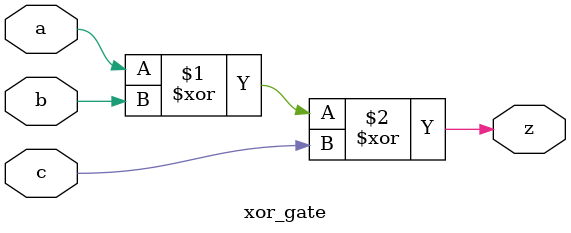
<source format=v>
module xor_gate(a, b, c, z); 
input a,b,c; 
output reg z; 
assign z = a^b^c; 
endmodule 

</source>
